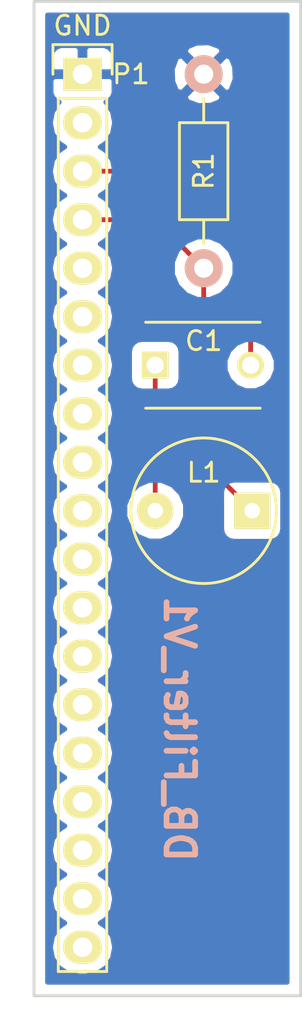
<source format=kicad_pcb>
(kicad_pcb (version 4) (host pcbnew 4.0.4+e1-6308~48~ubuntu16.04.1-stable)

  (general
    (links 5)
    (no_connects 0)
    (area 81.961667 59.614999 97.865001 113.47)
    (thickness 1.6)
    (drawings 5)
    (tracks 8)
    (zones 0)
    (modules 4)
    (nets 5)
  )

  (page A4)
  (layers
    (0 F.Cu signal)
    (31 B.Cu signal)
    (32 B.Adhes user)
    (33 F.Adhes user)
    (34 B.Paste user)
    (35 F.Paste user)
    (36 B.SilkS user)
    (37 F.SilkS user)
    (38 B.Mask user)
    (39 F.Mask user)
    (40 Dwgs.User user)
    (41 Cmts.User user)
    (42 Eco1.User user)
    (43 Eco2.User user)
    (44 Edge.Cuts user)
    (45 Margin user)
    (46 B.CrtYd user)
    (47 F.CrtYd user)
    (48 B.Fab user)
    (49 F.Fab user)
  )

  (setup
    (last_trace_width 0.25)
    (trace_clearance 0.2)
    (zone_clearance 0.508)
    (zone_45_only no)
    (trace_min 0.2)
    (segment_width 0.2)
    (edge_width 0.15)
    (via_size 0.6)
    (via_drill 0.4)
    (via_min_size 0.4)
    (via_min_drill 0.3)
    (uvia_size 0.3)
    (uvia_drill 0.1)
    (uvias_allowed no)
    (uvia_min_size 0.2)
    (uvia_min_drill 0.1)
    (pcb_text_width 0.3)
    (pcb_text_size 1.5 1.5)
    (mod_edge_width 0.15)
    (mod_text_size 1 1)
    (mod_text_width 0.15)
    (pad_size 1.524 1.524)
    (pad_drill 0.762)
    (pad_to_mask_clearance 0.2)
    (aux_axis_origin 0 0)
    (visible_elements 7FFFFFFF)
    (pcbplotparams
      (layerselection 0x010f0_80000001)
      (usegerberextensions true)
      (excludeedgelayer true)
      (linewidth 0.100000)
      (plotframeref false)
      (viasonmask false)
      (mode 1)
      (useauxorigin false)
      (hpglpennumber 1)
      (hpglpenspeed 20)
      (hpglpendiameter 15)
      (hpglpenoverlay 2)
      (psnegative false)
      (psa4output false)
      (plotreference true)
      (plotvalue true)
      (plotinvisibletext false)
      (padsonsilk false)
      (subtractmaskfromsilk false)
      (outputformat 1)
      (mirror false)
      (drillshape 0)
      (scaleselection 1)
      (outputdirectory ../gerber/))
  )

  (net 0 "")
  (net 1 "Net-(C1-Pad1)")
  (net 2 "Net-(C1-Pad2)")
  (net 3 "Net-(L1-Pad1)")
  (net 4 GND)

  (net_class Default "This is the default net class."
    (clearance 0.2)
    (trace_width 0.25)
    (via_dia 0.6)
    (via_drill 0.4)
    (uvia_dia 0.3)
    (uvia_drill 0.1)
    (add_net GND)
    (add_net "Net-(C1-Pad1)")
    (add_net "Net-(C1-Pad2)")
    (add_net "Net-(L1-Pad1)")
  )

  (module Echopen:C_TH_common (layer F.Cu) (tedit 57B463AA) (tstamp 57BC7521)
    (at 90.17 78.74)
    (descr "Capacitor 6mm Disc, Pitch 5mm")
    (tags Capacitor)
    (path /57A4BA83)
    (fp_text reference C1 (at 2.54 -1.27) (layer F.SilkS)
      (effects (font (size 1 1) (thickness 0.15)))
    )
    (fp_text value 1n (at 2.54 1.27) (layer F.Fab)
      (effects (font (size 1 1) (thickness 0.15)))
    )
    (fp_line (start -0.95 -2.5) (end 5.95 -2.5) (layer F.CrtYd) (width 0.05))
    (fp_line (start 5.95 -2.5) (end 5.95 2.5) (layer F.CrtYd) (width 0.05))
    (fp_line (start 5.95 2.5) (end -0.95 2.5) (layer F.CrtYd) (width 0.05))
    (fp_line (start -0.95 2.5) (end -0.95 -2.5) (layer F.CrtYd) (width 0.05))
    (fp_line (start -0.5 -2.25) (end 5.5 -2.25) (layer F.SilkS) (width 0.15))
    (fp_line (start 5.5 2.25) (end -0.5 2.25) (layer F.SilkS) (width 0.15))
    (pad 1 thru_hole rect (at 0 0) (size 1.4 1.4) (drill 0.9) (layers *.Cu *.Mask F.SilkS)
      (net 1 "Net-(C1-Pad1)"))
    (pad 2 thru_hole circle (at 5 0) (size 1.4 1.4) (drill 0.9) (layers *.Cu *.Mask F.SilkS)
      (net 2 "Net-(C1-Pad2)"))
    (model Capacitors_ThroughHole.3dshapes/C_Disc_D6_P5.wrl
      (at (xyz 0.098425 0 0))
      (scale (xyz 1 1 1))
      (rotate (xyz 0 0 0))
    )
  )

  (module Inductors:INDUCTOR_V (layer F.Cu) (tedit 0) (tstamp 57BC7526)
    (at 92.71 86.36 180)
    (descr "Inductor (vertical)")
    (tags INDUCTOR)
    (path /57A4BB11)
    (fp_text reference L1 (at 0 1.99898 180) (layer F.SilkS)
      (effects (font (size 1 1) (thickness 0.15)))
    )
    (fp_text value 10u (at 0.09906 -1.99898 180) (layer F.Fab)
      (effects (font (size 1 1) (thickness 0.15)))
    )
    (fp_circle (center 0 0) (end 3.81 0) (layer F.SilkS) (width 0.15))
    (pad 1 thru_hole rect (at -2.54 0 180) (size 1.905 1.905) (drill 0.8128) (layers *.Cu *.Mask F.SilkS)
      (net 3 "Net-(L1-Pad1)"))
    (pad 2 thru_hole circle (at 2.54 0 180) (size 1.905 1.905) (drill 0.8128) (layers *.Cu *.Mask F.SilkS)
      (net 1 "Net-(C1-Pad1)"))
    (model Inductors.3dshapes/INDUCTOR_V.wrl
      (at (xyz 0 0 0))
      (scale (xyz 2 2 2))
      (rotate (xyz 0 0 0))
    )
  )

  (module Echopen:Header_pin_angled_1x19 (layer F.Cu) (tedit 57BC75F5) (tstamp 57BC752B)
    (at 86.36 86.36)
    (descr "Through hole socket strip")
    (tags "socket strip")
    (path /57A84EF6)
    (fp_text reference P1 (at 2.54 -22.86) (layer F.SilkS)
      (effects (font (size 1 1) (thickness 0.15)))
    )
    (fp_text value CONN_01X19 (at 0.635 26.035) (layer F.Fab)
      (effects (font (size 1 1) (thickness 0.15)))
    )
    (fp_text user GND (at 0 -25.4) (layer F.SilkS)
      (effects (font (size 1 1) (thickness 0.15)))
    )
    (fp_line (start 1.75 -24.61) (end -1.75 -24.61) (layer F.CrtYd) (width 0.05))
    (fp_line (start 1.75 24.64) (end -1.75 24.64) (layer F.CrtYd) (width 0.05))
    (fp_line (start 1.75 -24.61) (end 1.75 24.64) (layer F.CrtYd) (width 0.05))
    (fp_line (start -1.75 -24.61) (end -1.75 24.64) (layer F.CrtYd) (width 0.05))
    (fp_line (start -1.27 -21.59) (end -1.27 24.13) (layer F.SilkS) (width 0.15))
    (fp_line (start -1.27 24.13) (end 1.27 24.13) (layer F.SilkS) (width 0.15))
    (fp_line (start 1.27 24.13) (end 1.27 -21.59) (layer F.SilkS) (width 0.15))
    (fp_line (start -1.55 -24.41) (end -1.55 -22.86) (layer F.SilkS) (width 0.15))
    (fp_line (start -1.27 -21.59) (end 1.27 -21.59) (layer F.SilkS) (width 0.15))
    (fp_line (start 1.55 -22.86) (end 1.55 -24.41) (layer F.SilkS) (width 0.15))
    (fp_line (start 1.55 -24.41) (end -1.55 -24.41) (layer F.SilkS) (width 0.15))
    (pad 1 thru_hole rect (at 0 -22.86 270) (size 1.7272 2.032) (drill 1.016) (layers *.Cu *.Mask F.SilkS)
      (net 4 GND))
    (pad 2 thru_hole oval (at 0 -20.32 270) (size 1.7272 2.032) (drill 1.016) (layers *.Cu *.Mask F.SilkS))
    (pad 3 thru_hole oval (at 0 -17.78 270) (size 1.7272 2.032) (drill 1.016) (layers *.Cu *.Mask F.SilkS)
      (net 2 "Net-(C1-Pad2)"))
    (pad 4 thru_hole oval (at 0 -15.24 270) (size 1.7272 2.032) (drill 1.016) (layers *.Cu *.Mask F.SilkS)
      (net 3 "Net-(L1-Pad1)"))
    (pad 5 thru_hole oval (at 0 -12.7 270) (size 1.7272 2.032) (drill 1.016) (layers *.Cu *.Mask F.SilkS))
    (pad 6 thru_hole oval (at 0 -10.16 270) (size 1.7272 2.032) (drill 1.016) (layers *.Cu *.Mask F.SilkS))
    (pad 7 thru_hole oval (at 0 -7.62 270) (size 1.7272 2.032) (drill 1.016) (layers *.Cu *.Mask F.SilkS))
    (pad 8 thru_hole oval (at 0 -5.08 270) (size 1.7272 2.032) (drill 1.016) (layers *.Cu *.Mask F.SilkS))
    (pad 9 thru_hole oval (at 0 -2.54 270) (size 1.7272 2.032) (drill 1.016) (layers *.Cu *.Mask F.SilkS))
    (pad 10 thru_hole oval (at 0 0 270) (size 1.7272 2.032) (drill 1.016) (layers *.Cu *.Mask F.SilkS))
    (pad 11 thru_hole oval (at 0 2.54 270) (size 1.7272 2.032) (drill 1.016) (layers *.Cu *.Mask F.SilkS))
    (pad 12 thru_hole oval (at 0 5.08 270) (size 1.7272 2.032) (drill 1.016) (layers *.Cu *.Mask F.SilkS))
    (pad 13 thru_hole oval (at 0 7.62 270) (size 1.7272 2.032) (drill 1.016) (layers *.Cu *.Mask F.SilkS))
    (pad 14 thru_hole oval (at 0 10.16 270) (size 1.7272 2.032) (drill 1.016) (layers *.Cu *.Mask F.SilkS))
    (pad 15 thru_hole oval (at 0 12.7 270) (size 1.7272 2.032) (drill 1.016) (layers *.Cu *.Mask F.SilkS))
    (pad 16 thru_hole oval (at 0 15.24 270) (size 1.7272 2.032) (drill 1.016) (layers *.Cu *.Mask F.SilkS))
    (pad 17 thru_hole oval (at 0 17.78 270) (size 1.7272 2.032) (drill 1.016) (layers *.Cu *.Mask F.SilkS))
    (pad 18 thru_hole oval (at 0 20.32 270) (size 1.7272 2.032) (drill 1.016) (layers *.Cu *.Mask F.SilkS))
    (pad 19 thru_hole oval (at 0 22.86 270) (size 1.7272 2.032) (drill 1.016) (layers *.Cu *.Mask F.SilkS))
    (model Pin_Headers.3dshapes/Pin_Header_Angled_1x19.wrl
      (at (xyz 0 0 0))
      (scale (xyz 1 1 1))
      (rotate (xyz 0 0 -90))
    )
  )

  (module Echopen:Resistor_TH_common (layer F.Cu) (tedit 580DDE65) (tstamp 57BC7541)
    (at 92.71 73.66 90)
    (descr "Resistor, Axial,  RM 10mm, 1/3W")
    (tags "Resistor Axial RM 10mm 1/3W")
    (path /57A4BBB6)
    (fp_text reference R1 (at 5.08 0 90) (layer F.SilkS)
      (effects (font (size 1 1) (thickness 0.15)))
    )
    (fp_text value 330 (at 5.08 0 90) (layer F.Fab)
      (effects (font (size 1 1) (thickness 0.15)))
    )
    (fp_line (start -1.25 -1.5) (end 11.4 -1.5) (layer F.CrtYd) (width 0.05))
    (fp_line (start -1.25 1.5) (end -1.25 -1.5) (layer F.CrtYd) (width 0.05))
    (fp_line (start 11.4 -1.5) (end 11.4 1.5) (layer F.CrtYd) (width 0.05))
    (fp_line (start -1.25 1.5) (end 11.4 1.5) (layer F.CrtYd) (width 0.05))
    (fp_line (start 2.54 -1.27) (end 7.62 -1.27) (layer F.SilkS) (width 0.15))
    (fp_line (start 7.62 -1.27) (end 7.62 1.27) (layer F.SilkS) (width 0.15))
    (fp_line (start 7.62 1.27) (end 2.54 1.27) (layer F.SilkS) (width 0.15))
    (fp_line (start 2.54 1.27) (end 2.54 -1.27) (layer F.SilkS) (width 0.15))
    (fp_line (start 2.54 0) (end 1.27 0) (layer F.SilkS) (width 0.15))
    (fp_line (start 7.62 0) (end 8.89 0) (layer F.SilkS) (width 0.15))
    (pad 1 thru_hole circle (at 0 0 90) (size 1.99898 1.99898) (drill 1.00076) (layers *.Cu *.SilkS *.Mask)
      (net 3 "Net-(L1-Pad1)"))
    (pad 2 thru_hole circle (at 10.16 0 90) (size 1.99898 1.99898) (drill 1.00076) (layers *.Cu *.SilkS *.Mask)
      (net 4 GND))
    (model Resistors_ThroughHole.3dshapes/Resistor_Horizontal_RM10mm.wrl
      (at (xyz 0.2 0 0))
      (scale (xyz 0.4 0.4 0.4))
      (rotate (xyz 0 0 0))
    )
  )

  (gr_text DB_Filter_V1 (at 91.44 97.79 270) (layer B.SilkS)
    (effects (font (size 1.5 1.5) (thickness 0.3)) (justify mirror))
  )
  (gr_line (start 97.79 111.76) (end 83.82 111.76) (angle 90) (layer Edge.Cuts) (width 0.15))
  (gr_line (start 97.79 59.69) (end 97.79 111.76) (angle 90) (layer Edge.Cuts) (width 0.15))
  (gr_line (start 83.82 59.69) (end 97.79 59.69) (angle 90) (layer Edge.Cuts) (width 0.15))
  (gr_line (start 83.82 59.69) (end 83.82 111.76) (angle 90) (layer Edge.Cuts) (width 0.15))

  (segment (start 90.17 78.74) (end 90.17 86.36) (width 0.25) (layer F.Cu) (net 1))
  (segment (start 86.36 68.58) (end 90.17 68.58) (width 0.25) (layer F.Cu) (net 2))
  (segment (start 95.17 73.58) (end 95.17 78.74) (width 0.25) (layer F.Cu) (net 2) (tstamp 57BC7580))
  (segment (start 90.17 68.58) (end 95.17 73.58) (width 0.25) (layer F.Cu) (net 2) (tstamp 57BC757D))
  (segment (start 86.36 71.12) (end 90.17 71.12) (width 0.25) (layer F.Cu) (net 3))
  (segment (start 90.17 71.12) (end 92.71 73.66) (width 0.25) (layer F.Cu) (net 3) (tstamp 57BC7579))
  (segment (start 92.71 73.66) (end 92.71 83.82) (width 0.25) (layer F.Cu) (net 3))
  (segment (start 92.71 83.82) (end 95.25 86.36) (width 0.25) (layer F.Cu) (net 3) (tstamp 57BB3B64))

  (zone (net 4) (net_name GND) (layer F.Cu) (tstamp 57BC756E) (hatch edge 0.508)
    (connect_pads (clearance 0.508))
    (min_thickness 0.254)
    (fill yes (arc_segments 16) (thermal_gap 0.508) (thermal_bridge_width 0.508))
    (polygon
      (pts
        (xy 97.79 111.76) (xy 83.82 111.76) (xy 83.82 59.69) (xy 97.79 59.69)
      )
    )
    (filled_polygon
      (pts
        (xy 97.08 111.05) (xy 84.53 111.05) (xy 84.53 66.04) (xy 84.676655 66.04) (xy 84.790729 66.613489)
        (xy 85.115585 67.09967) (xy 85.430366 67.31) (xy 85.115585 67.52033) (xy 84.790729 68.006511) (xy 84.676655 68.58)
        (xy 84.790729 69.153489) (xy 85.115585 69.63967) (xy 85.430366 69.85) (xy 85.115585 70.06033) (xy 84.790729 70.546511)
        (xy 84.676655 71.12) (xy 84.790729 71.693489) (xy 85.115585 72.17967) (xy 85.430366 72.39) (xy 85.115585 72.60033)
        (xy 84.790729 73.086511) (xy 84.676655 73.66) (xy 84.790729 74.233489) (xy 85.115585 74.71967) (xy 85.430366 74.93)
        (xy 85.115585 75.14033) (xy 84.790729 75.626511) (xy 84.676655 76.2) (xy 84.790729 76.773489) (xy 85.115585 77.25967)
        (xy 85.430366 77.47) (xy 85.115585 77.68033) (xy 84.790729 78.166511) (xy 84.676655 78.74) (xy 84.790729 79.313489)
        (xy 85.115585 79.79967) (xy 85.430366 80.01) (xy 85.115585 80.22033) (xy 84.790729 80.706511) (xy 84.676655 81.28)
        (xy 84.790729 81.853489) (xy 85.115585 82.33967) (xy 85.430366 82.55) (xy 85.115585 82.76033) (xy 84.790729 83.246511)
        (xy 84.676655 83.82) (xy 84.790729 84.393489) (xy 85.115585 84.87967) (xy 85.430366 85.09) (xy 85.115585 85.30033)
        (xy 84.790729 85.786511) (xy 84.676655 86.36) (xy 84.790729 86.933489) (xy 85.115585 87.41967) (xy 85.430366 87.63)
        (xy 85.115585 87.84033) (xy 84.790729 88.326511) (xy 84.676655 88.9) (xy 84.790729 89.473489) (xy 85.115585 89.95967)
        (xy 85.430366 90.17) (xy 85.115585 90.38033) (xy 84.790729 90.866511) (xy 84.676655 91.44) (xy 84.790729 92.013489)
        (xy 85.115585 92.49967) (xy 85.430366 92.71) (xy 85.115585 92.92033) (xy 84.790729 93.406511) (xy 84.676655 93.98)
        (xy 84.790729 94.553489) (xy 85.115585 95.03967) (xy 85.430366 95.25) (xy 85.115585 95.46033) (xy 84.790729 95.946511)
        (xy 84.676655 96.52) (xy 84.790729 97.093489) (xy 85.115585 97.57967) (xy 85.430366 97.79) (xy 85.115585 98.00033)
        (xy 84.790729 98.486511) (xy 84.676655 99.06) (xy 84.790729 99.633489) (xy 85.115585 100.11967) (xy 85.430366 100.33)
        (xy 85.115585 100.54033) (xy 84.790729 101.026511) (xy 84.676655 101.6) (xy 84.790729 102.173489) (xy 85.115585 102.65967)
        (xy 85.430366 102.87) (xy 85.115585 103.08033) (xy 84.790729 103.566511) (xy 84.676655 104.14) (xy 84.790729 104.713489)
        (xy 85.115585 105.19967) (xy 85.430366 105.41) (xy 85.115585 105.62033) (xy 84.790729 106.106511) (xy 84.676655 106.68)
        (xy 84.790729 107.253489) (xy 85.115585 107.73967) (xy 85.430366 107.95) (xy 85.115585 108.16033) (xy 84.790729 108.646511)
        (xy 84.676655 109.22) (xy 84.790729 109.793489) (xy 85.115585 110.27967) (xy 85.601766 110.604526) (xy 86.175255 110.7186)
        (xy 86.544745 110.7186) (xy 87.118234 110.604526) (xy 87.604415 110.27967) (xy 87.929271 109.793489) (xy 88.043345 109.22)
        (xy 87.929271 108.646511) (xy 87.604415 108.16033) (xy 87.289634 107.95) (xy 87.604415 107.73967) (xy 87.929271 107.253489)
        (xy 88.043345 106.68) (xy 87.929271 106.106511) (xy 87.604415 105.62033) (xy 87.289634 105.41) (xy 87.604415 105.19967)
        (xy 87.929271 104.713489) (xy 88.043345 104.14) (xy 87.929271 103.566511) (xy 87.604415 103.08033) (xy 87.289634 102.87)
        (xy 87.604415 102.65967) (xy 87.929271 102.173489) (xy 88.043345 101.6) (xy 87.929271 101.026511) (xy 87.604415 100.54033)
        (xy 87.289634 100.33) (xy 87.604415 100.11967) (xy 87.929271 99.633489) (xy 88.043345 99.06) (xy 87.929271 98.486511)
        (xy 87.604415 98.00033) (xy 87.289634 97.79) (xy 87.604415 97.57967) (xy 87.929271 97.093489) (xy 88.043345 96.52)
        (xy 87.929271 95.946511) (xy 87.604415 95.46033) (xy 87.289634 95.25) (xy 87.604415 95.03967) (xy 87.929271 94.553489)
        (xy 88.043345 93.98) (xy 87.929271 93.406511) (xy 87.604415 92.92033) (xy 87.289634 92.71) (xy 87.604415 92.49967)
        (xy 87.929271 92.013489) (xy 88.043345 91.44) (xy 87.929271 90.866511) (xy 87.604415 90.38033) (xy 87.289634 90.17)
        (xy 87.604415 89.95967) (xy 87.929271 89.473489) (xy 88.043345 88.9) (xy 87.929271 88.326511) (xy 87.604415 87.84033)
        (xy 87.289634 87.63) (xy 87.604415 87.41967) (xy 87.929271 86.933489) (xy 87.980809 86.674388) (xy 88.582225 86.674388)
        (xy 88.823398 87.258072) (xy 89.269579 87.705032) (xy 89.852841 87.947224) (xy 90.484388 87.947775) (xy 91.068072 87.706602)
        (xy 91.515032 87.260421) (xy 91.757224 86.677159) (xy 91.757775 86.045612) (xy 91.516602 85.461928) (xy 91.070421 85.014968)
        (xy 90.93 84.95666) (xy 90.93 80.07615) (xy 91.105317 80.043162) (xy 91.321441 79.90409) (xy 91.466431 79.69189)
        (xy 91.51744 79.44) (xy 91.51744 78.04) (xy 91.473162 77.804683) (xy 91.33409 77.588559) (xy 91.12189 77.443569)
        (xy 90.87 77.39256) (xy 89.47 77.39256) (xy 89.234683 77.436838) (xy 89.018559 77.57591) (xy 88.873569 77.78811)
        (xy 88.82256 78.04) (xy 88.82256 79.44) (xy 88.866838 79.675317) (xy 89.00591 79.891441) (xy 89.21811 80.036431)
        (xy 89.41 80.07529) (xy 89.41 84.956348) (xy 89.271928 85.013398) (xy 88.824968 85.459579) (xy 88.582776 86.042841)
        (xy 88.582225 86.674388) (xy 87.980809 86.674388) (xy 88.043345 86.36) (xy 87.929271 85.786511) (xy 87.604415 85.30033)
        (xy 87.289634 85.09) (xy 87.604415 84.87967) (xy 87.929271 84.393489) (xy 88.043345 83.82) (xy 87.929271 83.246511)
        (xy 87.604415 82.76033) (xy 87.289634 82.55) (xy 87.604415 82.33967) (xy 87.929271 81.853489) (xy 88.043345 81.28)
        (xy 87.929271 80.706511) (xy 87.604415 80.22033) (xy 87.289634 80.01) (xy 87.604415 79.79967) (xy 87.929271 79.313489)
        (xy 88.043345 78.74) (xy 87.929271 78.166511) (xy 87.604415 77.68033) (xy 87.289634 77.47) (xy 87.604415 77.25967)
        (xy 87.929271 76.773489) (xy 88.043345 76.2) (xy 87.929271 75.626511) (xy 87.604415 75.14033) (xy 87.289634 74.93)
        (xy 87.604415 74.71967) (xy 87.929271 74.233489) (xy 88.043345 73.66) (xy 87.929271 73.086511) (xy 87.604415 72.60033)
        (xy 87.289634 72.39) (xy 87.604415 72.17967) (xy 87.804648 71.88) (xy 89.855198 71.88) (xy 91.144115 73.168917)
        (xy 91.075794 73.333453) (xy 91.075226 73.983694) (xy 91.323538 74.584655) (xy 91.782927 75.044846) (xy 91.95 75.114221)
        (xy 91.95 83.82) (xy 92.007852 84.110839) (xy 92.172599 84.357401) (xy 93.65006 85.834862) (xy 93.65006 87.3125)
        (xy 93.694338 87.547817) (xy 93.83341 87.763941) (xy 94.04561 87.908931) (xy 94.2975 87.95994) (xy 96.2025 87.95994)
        (xy 96.437817 87.915662) (xy 96.653941 87.77659) (xy 96.798931 87.56439) (xy 96.84994 87.3125) (xy 96.84994 85.4075)
        (xy 96.805662 85.172183) (xy 96.66659 84.956059) (xy 96.45439 84.811069) (xy 96.2025 84.76006) (xy 94.724862 84.76006)
        (xy 93.47 83.505198) (xy 93.47 75.114496) (xy 93.634655 75.046462) (xy 94.094846 74.587073) (xy 94.344206 73.986547)
        (xy 94.344343 73.829145) (xy 94.41 73.894802) (xy 94.41 77.612345) (xy 94.038902 77.982796) (xy 93.835232 78.473287)
        (xy 93.834769 79.004383) (xy 94.037582 79.495229) (xy 94.412796 79.871098) (xy 94.903287 80.074768) (xy 95.434383 80.075231)
        (xy 95.925229 79.872418) (xy 96.301098 79.497204) (xy 96.504768 79.006713) (xy 96.505231 78.475617) (xy 96.302418 77.984771)
        (xy 95.93 77.611703) (xy 95.93 73.58) (xy 95.872148 73.289161) (xy 95.707401 73.042599) (xy 90.707401 68.042599)
        (xy 90.460839 67.877852) (xy 90.17 67.82) (xy 87.804648 67.82) (xy 87.604415 67.52033) (xy 87.289634 67.31)
        (xy 87.604415 67.09967) (xy 87.929271 66.613489) (xy 88.043345 66.04) (xy 87.929271 65.466511) (xy 87.604415 64.98033)
        (xy 87.58222 64.9655) (xy 87.735699 64.901927) (xy 87.914327 64.723298) (xy 87.943792 64.652163) (xy 91.737443 64.652163)
        (xy 91.836042 64.918965) (xy 92.445582 65.145401) (xy 93.095377 65.121341) (xy 93.583958 64.918965) (xy 93.682557 64.652163)
        (xy 92.71 63.679605) (xy 91.737443 64.652163) (xy 87.943792 64.652163) (xy 88.011 64.489909) (xy 88.011 63.78575)
        (xy 87.85225 63.627) (xy 86.487 63.627) (xy 86.487 63.647) (xy 86.233 63.647) (xy 86.233 63.627)
        (xy 84.86775 63.627) (xy 84.709 63.78575) (xy 84.709 64.489909) (xy 84.805673 64.723298) (xy 84.984301 64.901927)
        (xy 85.13778 64.9655) (xy 85.115585 64.98033) (xy 84.790729 65.466511) (xy 84.676655 66.04) (xy 84.53 66.04)
        (xy 84.53 62.510091) (xy 84.709 62.510091) (xy 84.709 63.21425) (xy 84.86775 63.373) (xy 86.233 63.373)
        (xy 86.233 62.16015) (xy 86.487 62.16015) (xy 86.487 63.373) (xy 87.85225 63.373) (xy 87.989668 63.235582)
        (xy 91.064599 63.235582) (xy 91.088659 63.885377) (xy 91.291035 64.373958) (xy 91.557837 64.472557) (xy 92.530395 63.5)
        (xy 92.889605 63.5) (xy 93.862163 64.472557) (xy 94.128965 64.373958) (xy 94.355401 63.764418) (xy 94.331341 63.114623)
        (xy 94.128965 62.626042) (xy 93.862163 62.527443) (xy 92.889605 63.5) (xy 92.530395 63.5) (xy 91.557837 62.527443)
        (xy 91.291035 62.626042) (xy 91.064599 63.235582) (xy 87.989668 63.235582) (xy 88.011 63.21425) (xy 88.011 62.510091)
        (xy 87.943793 62.347837) (xy 91.737443 62.347837) (xy 92.71 63.320395) (xy 93.682557 62.347837) (xy 93.583958 62.081035)
        (xy 92.974418 61.854599) (xy 92.324623 61.878659) (xy 91.836042 62.081035) (xy 91.737443 62.347837) (xy 87.943793 62.347837)
        (xy 87.914327 62.276702) (xy 87.735699 62.098073) (xy 87.50231 62.0014) (xy 86.64575 62.0014) (xy 86.487 62.16015)
        (xy 86.233 62.16015) (xy 86.07425 62.0014) (xy 85.21769 62.0014) (xy 84.984301 62.098073) (xy 84.805673 62.276702)
        (xy 84.709 62.510091) (xy 84.53 62.510091) (xy 84.53 60.4) (xy 97.08 60.4)
      )
    )
  )
  (zone (net 4) (net_name GND) (layer B.Cu) (tstamp 57BC756F) (hatch edge 0.508)
    (connect_pads (clearance 0.508))
    (min_thickness 0.254)
    (fill yes (arc_segments 16) (thermal_gap 0.508) (thermal_bridge_width 0.508))
    (polygon
      (pts
        (xy 97.79 111.76) (xy 83.82 111.76) (xy 83.82 59.69) (xy 97.79 59.69)
      )
    )
    (filled_polygon
      (pts
        (xy 97.08 111.05) (xy 84.53 111.05) (xy 84.53 66.04) (xy 84.676655 66.04) (xy 84.790729 66.613489)
        (xy 85.115585 67.09967) (xy 85.430366 67.31) (xy 85.115585 67.52033) (xy 84.790729 68.006511) (xy 84.676655 68.58)
        (xy 84.790729 69.153489) (xy 85.115585 69.63967) (xy 85.430366 69.85) (xy 85.115585 70.06033) (xy 84.790729 70.546511)
        (xy 84.676655 71.12) (xy 84.790729 71.693489) (xy 85.115585 72.17967) (xy 85.430366 72.39) (xy 85.115585 72.60033)
        (xy 84.790729 73.086511) (xy 84.676655 73.66) (xy 84.790729 74.233489) (xy 85.115585 74.71967) (xy 85.430366 74.93)
        (xy 85.115585 75.14033) (xy 84.790729 75.626511) (xy 84.676655 76.2) (xy 84.790729 76.773489) (xy 85.115585 77.25967)
        (xy 85.430366 77.47) (xy 85.115585 77.68033) (xy 84.790729 78.166511) (xy 84.676655 78.74) (xy 84.790729 79.313489)
        (xy 85.115585 79.79967) (xy 85.430366 80.01) (xy 85.115585 80.22033) (xy 84.790729 80.706511) (xy 84.676655 81.28)
        (xy 84.790729 81.853489) (xy 85.115585 82.33967) (xy 85.430366 82.55) (xy 85.115585 82.76033) (xy 84.790729 83.246511)
        (xy 84.676655 83.82) (xy 84.790729 84.393489) (xy 85.115585 84.87967) (xy 85.430366 85.09) (xy 85.115585 85.30033)
        (xy 84.790729 85.786511) (xy 84.676655 86.36) (xy 84.790729 86.933489) (xy 85.115585 87.41967) (xy 85.430366 87.63)
        (xy 85.115585 87.84033) (xy 84.790729 88.326511) (xy 84.676655 88.9) (xy 84.790729 89.473489) (xy 85.115585 89.95967)
        (xy 85.430366 90.17) (xy 85.115585 90.38033) (xy 84.790729 90.866511) (xy 84.676655 91.44) (xy 84.790729 92.013489)
        (xy 85.115585 92.49967) (xy 85.430366 92.71) (xy 85.115585 92.92033) (xy 84.790729 93.406511) (xy 84.676655 93.98)
        (xy 84.790729 94.553489) (xy 85.115585 95.03967) (xy 85.430366 95.25) (xy 85.115585 95.46033) (xy 84.790729 95.946511)
        (xy 84.676655 96.52) (xy 84.790729 97.093489) (xy 85.115585 97.57967) (xy 85.430366 97.79) (xy 85.115585 98.00033)
        (xy 84.790729 98.486511) (xy 84.676655 99.06) (xy 84.790729 99.633489) (xy 85.115585 100.11967) (xy 85.430366 100.33)
        (xy 85.115585 100.54033) (xy 84.790729 101.026511) (xy 84.676655 101.6) (xy 84.790729 102.173489) (xy 85.115585 102.65967)
        (xy 85.430366 102.87) (xy 85.115585 103.08033) (xy 84.790729 103.566511) (xy 84.676655 104.14) (xy 84.790729 104.713489)
        (xy 85.115585 105.19967) (xy 85.430366 105.41) (xy 85.115585 105.62033) (xy 84.790729 106.106511) (xy 84.676655 106.68)
        (xy 84.790729 107.253489) (xy 85.115585 107.73967) (xy 85.430366 107.95) (xy 85.115585 108.16033) (xy 84.790729 108.646511)
        (xy 84.676655 109.22) (xy 84.790729 109.793489) (xy 85.115585 110.27967) (xy 85.601766 110.604526) (xy 86.175255 110.7186)
        (xy 86.544745 110.7186) (xy 87.118234 110.604526) (xy 87.604415 110.27967) (xy 87.929271 109.793489) (xy 88.043345 109.22)
        (xy 87.929271 108.646511) (xy 87.604415 108.16033) (xy 87.289634 107.95) (xy 87.604415 107.73967) (xy 87.929271 107.253489)
        (xy 88.043345 106.68) (xy 87.929271 106.106511) (xy 87.604415 105.62033) (xy 87.289634 105.41) (xy 87.604415 105.19967)
        (xy 87.929271 104.713489) (xy 88.043345 104.14) (xy 87.929271 103.566511) (xy 87.604415 103.08033) (xy 87.289634 102.87)
        (xy 87.604415 102.65967) (xy 87.929271 102.173489) (xy 88.043345 101.6) (xy 87.929271 101.026511) (xy 87.604415 100.54033)
        (xy 87.289634 100.33) (xy 87.604415 100.11967) (xy 87.929271 99.633489) (xy 88.043345 99.06) (xy 87.929271 98.486511)
        (xy 87.604415 98.00033) (xy 87.289634 97.79) (xy 87.604415 97.57967) (xy 87.929271 97.093489) (xy 88.043345 96.52)
        (xy 87.929271 95.946511) (xy 87.604415 95.46033) (xy 87.289634 95.25) (xy 87.604415 95.03967) (xy 87.929271 94.553489)
        (xy 88.043345 93.98) (xy 87.929271 93.406511) (xy 87.604415 92.92033) (xy 87.289634 92.71) (xy 87.604415 92.49967)
        (xy 87.929271 92.013489) (xy 88.043345 91.44) (xy 87.929271 90.866511) (xy 87.604415 90.38033) (xy 87.289634 90.17)
        (xy 87.604415 89.95967) (xy 87.929271 89.473489) (xy 88.043345 88.9) (xy 87.929271 88.326511) (xy 87.604415 87.84033)
        (xy 87.289634 87.63) (xy 87.604415 87.41967) (xy 87.929271 86.933489) (xy 87.980809 86.674388) (xy 88.582225 86.674388)
        (xy 88.823398 87.258072) (xy 89.269579 87.705032) (xy 89.852841 87.947224) (xy 90.484388 87.947775) (xy 91.068072 87.706602)
        (xy 91.515032 87.260421) (xy 91.757224 86.677159) (xy 91.757775 86.045612) (xy 91.516602 85.461928) (xy 91.462269 85.4075)
        (xy 93.65006 85.4075) (xy 93.65006 87.3125) (xy 93.694338 87.547817) (xy 93.83341 87.763941) (xy 94.04561 87.908931)
        (xy 94.2975 87.95994) (xy 96.2025 87.95994) (xy 96.437817 87.915662) (xy 96.653941 87.77659) (xy 96.798931 87.56439)
        (xy 96.84994 87.3125) (xy 96.84994 85.4075) (xy 96.805662 85.172183) (xy 96.66659 84.956059) (xy 96.45439 84.811069)
        (xy 96.2025 84.76006) (xy 94.2975 84.76006) (xy 94.062183 84.804338) (xy 93.846059 84.94341) (xy 93.701069 85.15561)
        (xy 93.65006 85.4075) (xy 91.462269 85.4075) (xy 91.070421 85.014968) (xy 90.487159 84.772776) (xy 89.855612 84.772225)
        (xy 89.271928 85.013398) (xy 88.824968 85.459579) (xy 88.582776 86.042841) (xy 88.582225 86.674388) (xy 87.980809 86.674388)
        (xy 88.043345 86.36) (xy 87.929271 85.786511) (xy 87.604415 85.30033) (xy 87.289634 85.09) (xy 87.604415 84.87967)
        (xy 87.929271 84.393489) (xy 88.043345 83.82) (xy 87.929271 83.246511) (xy 87.604415 82.76033) (xy 87.289634 82.55)
        (xy 87.604415 82.33967) (xy 87.929271 81.853489) (xy 88.043345 81.28) (xy 87.929271 80.706511) (xy 87.604415 80.22033)
        (xy 87.289634 80.01) (xy 87.604415 79.79967) (xy 87.929271 79.313489) (xy 88.043345 78.74) (xy 87.929271 78.166511)
        (xy 87.844739 78.04) (xy 88.82256 78.04) (xy 88.82256 79.44) (xy 88.866838 79.675317) (xy 89.00591 79.891441)
        (xy 89.21811 80.036431) (xy 89.47 80.08744) (xy 90.87 80.08744) (xy 91.105317 80.043162) (xy 91.321441 79.90409)
        (xy 91.466431 79.69189) (xy 91.51744 79.44) (xy 91.51744 79.004383) (xy 93.834769 79.004383) (xy 94.037582 79.495229)
        (xy 94.412796 79.871098) (xy 94.903287 80.074768) (xy 95.434383 80.075231) (xy 95.925229 79.872418) (xy 96.301098 79.497204)
        (xy 96.504768 79.006713) (xy 96.505231 78.475617) (xy 96.302418 77.984771) (xy 95.927204 77.608902) (xy 95.436713 77.405232)
        (xy 94.905617 77.404769) (xy 94.414771 77.607582) (xy 94.038902 77.982796) (xy 93.835232 78.473287) (xy 93.834769 79.004383)
        (xy 91.51744 79.004383) (xy 91.51744 78.04) (xy 91.473162 77.804683) (xy 91.33409 77.588559) (xy 91.12189 77.443569)
        (xy 90.87 77.39256) (xy 89.47 77.39256) (xy 89.234683 77.436838) (xy 89.018559 77.57591) (xy 88.873569 77.78811)
        (xy 88.82256 78.04) (xy 87.844739 78.04) (xy 87.604415 77.68033) (xy 87.289634 77.47) (xy 87.604415 77.25967)
        (xy 87.929271 76.773489) (xy 88.043345 76.2) (xy 87.929271 75.626511) (xy 87.604415 75.14033) (xy 87.289634 74.93)
        (xy 87.604415 74.71967) (xy 87.929271 74.233489) (xy 87.978958 73.983694) (xy 91.075226 73.983694) (xy 91.323538 74.584655)
        (xy 91.782927 75.044846) (xy 92.383453 75.294206) (xy 93.033694 75.294774) (xy 93.634655 75.046462) (xy 94.094846 74.587073)
        (xy 94.344206 73.986547) (xy 94.344774 73.336306) (xy 94.096462 72.735345) (xy 93.637073 72.275154) (xy 93.036547 72.025794)
        (xy 92.386306 72.025226) (xy 91.785345 72.273538) (xy 91.325154 72.732927) (xy 91.075794 73.333453) (xy 91.075226 73.983694)
        (xy 87.978958 73.983694) (xy 88.043345 73.66) (xy 87.929271 73.086511) (xy 87.604415 72.60033) (xy 87.289634 72.39)
        (xy 87.604415 72.17967) (xy 87.929271 71.693489) (xy 88.043345 71.12) (xy 87.929271 70.546511) (xy 87.604415 70.06033)
        (xy 87.289634 69.85) (xy 87.604415 69.63967) (xy 87.929271 69.153489) (xy 88.043345 68.58) (xy 87.929271 68.006511)
        (xy 87.604415 67.52033) (xy 87.289634 67.31) (xy 87.604415 67.09967) (xy 87.929271 66.613489) (xy 88.043345 66.04)
        (xy 87.929271 65.466511) (xy 87.604415 64.98033) (xy 87.58222 64.9655) (xy 87.735699 64.901927) (xy 87.914327 64.723298)
        (xy 87.943792 64.652163) (xy 91.737443 64.652163) (xy 91.836042 64.918965) (xy 92.445582 65.145401) (xy 93.095377 65.121341)
        (xy 93.583958 64.918965) (xy 93.682557 64.652163) (xy 92.71 63.679605) (xy 91.737443 64.652163) (xy 87.943792 64.652163)
        (xy 88.011 64.489909) (xy 88.011 63.78575) (xy 87.85225 63.627) (xy 86.487 63.627) (xy 86.487 63.647)
        (xy 86.233 63.647) (xy 86.233 63.627) (xy 84.86775 63.627) (xy 84.709 63.78575) (xy 84.709 64.489909)
        (xy 84.805673 64.723298) (xy 84.984301 64.901927) (xy 85.13778 64.9655) (xy 85.115585 64.98033) (xy 84.790729 65.466511)
        (xy 84.676655 66.04) (xy 84.53 66.04) (xy 84.53 62.510091) (xy 84.709 62.510091) (xy 84.709 63.21425)
        (xy 84.86775 63.373) (xy 86.233 63.373) (xy 86.233 62.16015) (xy 86.487 62.16015) (xy 86.487 63.373)
        (xy 87.85225 63.373) (xy 87.989668 63.235582) (xy 91.064599 63.235582) (xy 91.088659 63.885377) (xy 91.291035 64.373958)
        (xy 91.557837 64.472557) (xy 92.530395 63.5) (xy 92.889605 63.5) (xy 93.862163 64.472557) (xy 94.128965 64.373958)
        (xy 94.355401 63.764418) (xy 94.331341 63.114623) (xy 94.128965 62.626042) (xy 93.862163 62.527443) (xy 92.889605 63.5)
        (xy 92.530395 63.5) (xy 91.557837 62.527443) (xy 91.291035 62.626042) (xy 91.064599 63.235582) (xy 87.989668 63.235582)
        (xy 88.011 63.21425) (xy 88.011 62.510091) (xy 87.943793 62.347837) (xy 91.737443 62.347837) (xy 92.71 63.320395)
        (xy 93.682557 62.347837) (xy 93.583958 62.081035) (xy 92.974418 61.854599) (xy 92.324623 61.878659) (xy 91.836042 62.081035)
        (xy 91.737443 62.347837) (xy 87.943793 62.347837) (xy 87.914327 62.276702) (xy 87.735699 62.098073) (xy 87.50231 62.0014)
        (xy 86.64575 62.0014) (xy 86.487 62.16015) (xy 86.233 62.16015) (xy 86.07425 62.0014) (xy 85.21769 62.0014)
        (xy 84.984301 62.098073) (xy 84.805673 62.276702) (xy 84.709 62.510091) (xy 84.53 62.510091) (xy 84.53 60.4)
        (xy 97.08 60.4)
      )
    )
  )
)

</source>
